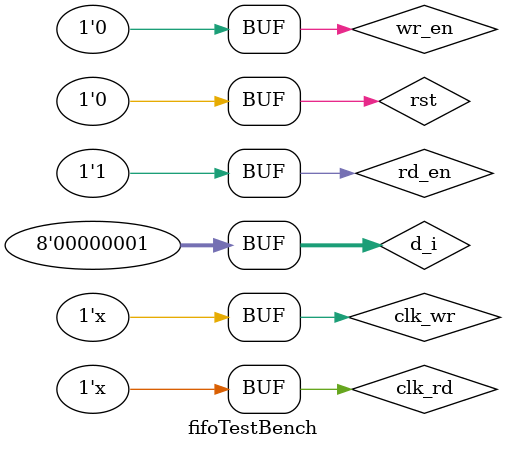
<source format=v>
 

module fifoTestBench();
  reg clk_rd,clk_wr,rst,wr_en,rd_en;
  reg[7:0] d_i;
  
  wire[7:0] d_o;
  wire full, empty;
  
  fifo fifo(clk_rd,clk_wr,d_i[7:0],d_o[7:0],rst,wr_en,rd_en,full,empty);
  
  initial begin
    clk_rd = 0;
    clk_wr = 0;
    rst = 1;
    d_i = 8'h1;
    wr_en = 0;
    rd_en = 0;
  end
  
  always 
    #5 clk_wr = !clk_wr;
  always 
    #15 clk_rd = !clk_rd;
  
  initial begin
  #20 rst = 0;
  #10 wr_en = 1;
  #150 wr_en = 0;
  #10 rd_en = 1;
  end
  
endmodule

//////////////////////////////////////////////////////////////////////
//
// CVS Revision History
//
// $Log: $
//
</source>
